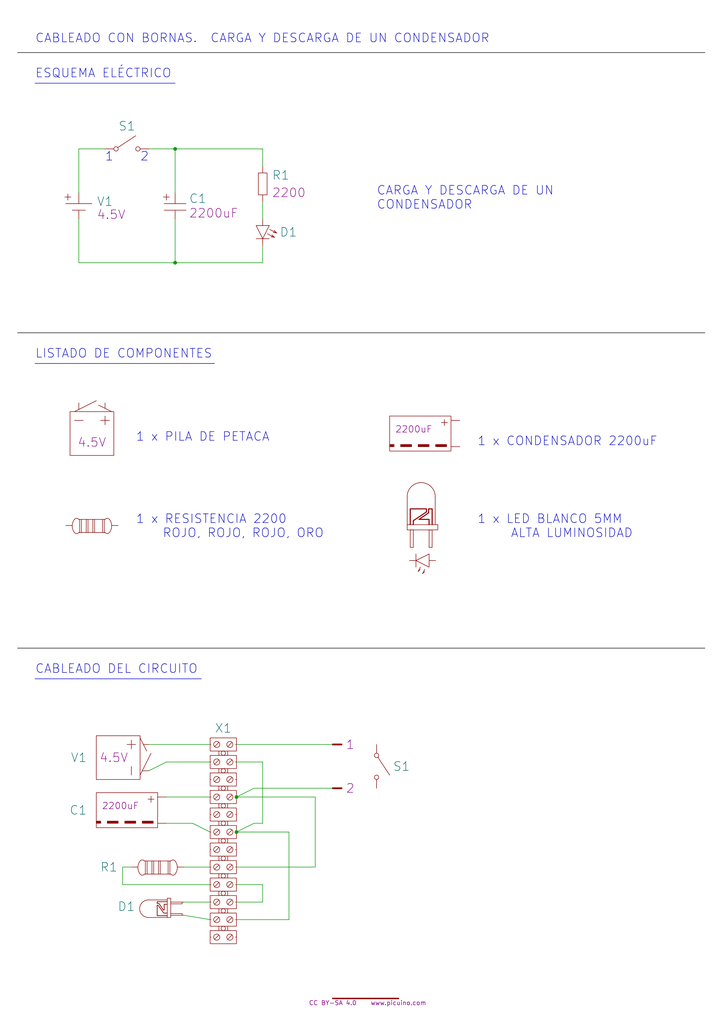
<source format=kicad_sch>
(kicad_sch (version 20211123) (generator eeschema)
  (paper "A4" portrait)
  (title_block (title "Circuitos eléctricos. Cableado con bornas.") (date "14/12/2018") (company "www.picuino.com") (comment 1 "Copyright (c) 2018 by Carlos Pardo") (comment 2 "License CC BY-SA 4.0"))
  (lib_symbols
    (symbol "electric-bornas-condensador-rescue:CopyRight-simbolos" (pin_names (offset 1.016))
      (property "License" "Licencia CC BY-SA 4.0" (at 9.525 5.715 0))
      (property "Author" "Carlos Pardo" (at 7.62 3.81 0))
      (property "Date" "© 2018" (at -1.27 3.81 0))
      (property "Web" "www.picuino.com" (at 9.525 1.905 0))
      (symbol "CopyRight-simbolos_0_1"
        (polyline (pts (xy 0 0) (xy 19.05 0)) (stroke (width 0.4064)))
      )
    )
    (symbol "electric-bornas-condensador-rescue:LED_pack-simbolos" (pin_names (offset 1.016))
      (property "Reference" "D" (at 8.89 5.08 0))
      (symbol "LED_pack-simbolos_0_1"
        (polyline (pts (xy 0 0) (xy 0 9.652)))
        (polyline (pts (xy 2.54 -8.89) (xy 0.635 -8.89)))
        (polyline (pts (xy 2.54 -6.985) (xy 2.54 -10.795)))
        (polyline (pts (xy 3.175 -12.065) (xy 3.81 -11.43)))
        (polyline (pts (xy 3.81 -10.795) (xy 3.175 -12.065)))
        (polyline (pts (xy 4.445 -12.7) (xy 5.08 -12.065)))
        (polyline (pts (xy 5.08 -11.43) (xy 4.445 -12.7)))
        (polyline (pts (xy 6.35 -8.89) (xy 8.255 -8.89)))
        (polyline (pts (xy 8.128 1.524) (xy 8.128 9.652)))
        (polyline (pts (xy 0 1.524) (xy 8.89 1.524) (xy 8.89 0) (xy 0 0)))
        (polyline (pts (xy 6.35 -6.985) (xy 6.35 -10.795) (xy 2.54 -8.89) (xy 6.35 -6.985)))
        (polyline (pts (xy 0.889 1.524) (xy 0.889 6.096) (xy 5.588 6.096) (xy 5.588 5.207) (xy 1.778 2.667) (xy 1.778 1.524)) (stroke (width 0.3048)))
        (polyline (pts (xy 7.239 1.524) (xy 7.239 6.096) (xy 6.223 6.096) (xy 6.223 4.953) (xy 3.429 3.048) (xy 6.35 3.048) (xy 6.35 1.524)) (stroke (width 0.3048)))
        (rectangle (start 0.889 0) (end 1.778 -5.08))
        (rectangle (start 6.35 0) (end 7.239 -5.08))
        (arc (start 8.128 9.652) (mid 4.064 13.716) (end 0 9.652))
      )
    )
    (symbol "electric-bornas-condensador-rescue:LED_pack_5mm-simbolos" (pin_names (offset 1.016))
      (property "Reference" "D" (at 5.08 7.62 0))
      (symbol "LED_pack_5mm-simbolos_0_1"
        (polyline (pts (xy -0.635 10.287) (xy -0.635 4.826)))
        (polyline (pts (xy 0 1.905) (xy 0 3.81)))
        (polyline (pts (xy 3.81 1.905) (xy 3.81 3.81)))
        (polyline (pts (xy 4.445 10.287) (xy 4.445 4.826)))
        (polyline (pts (xy 0 0.508) (xy 0.508 0.508) (xy 0.508 3.81)))
        (polyline (pts (xy 3.81 0.508) (xy 3.302 0.508) (xy 3.302 3.81)))
        (polyline (pts (xy -0.127 4.826) (xy -0.127 7.747) (xy 2.921 7.747) (xy 2.921 7.493) (xy 0.635 5.842) (xy 0.635 4.826)) (stroke (width 0.2032)))
        (polyline (pts (xy 4.445 4.826) (xy -0.635 4.826) (xy -0.635 3.81) (xy 4.953 3.81) (xy 4.953 4.826) (xy 4.445 4.826)))
        (polyline (pts (xy 3.937 4.826) (xy 3.937 7.747) (xy 3.429 7.747) (xy 3.429 7.239) (xy 1.524 5.969) (xy 1.524 5.715) (xy 3.175 5.715) (xy 3.175 4.826)) (stroke (width 0.2032)))
        (arc (start 4.445 10.287) (mid 1.905 12.827) (end -0.635 10.287))
      )
      (symbol "LED_pack_5mm-simbolos_1_1"
        (pin input line (at 0 0 90) (length 1.905) (name "") (number ""))
        (pin input line (at 3.81 0 90) (length 1.905) (name "") (number ""))
      )
    )
    (symbol "electric-bornas-condensador-rescue:Pila-simbolos" (pin_names (offset 1.016))
      (property "Reference" "V" (at 5.08 -4.445 0))
      (symbol "Pila-simbolos_0_1"
        (polyline (pts (xy -4.064 -1.27) (xy -2.286 -1.27)))
        (polyline (pts (xy -3.81 -3.175) (xy 3.81 -3.175)))
        (polyline (pts (xy -3.175 -0.381) (xy -3.175 -2.159)))
        (polyline (pts (xy -1.905 -5.08) (xy 1.905 -5.08)))
      )
      (symbol "Pila-simbolos_1_1"
        (pin input line (at 0 -7.62 90) (length 2.54) (name "") (number ""))
        (pin input line (at 0 0 270) (length 3.175) (name "") (number ""))
      )
    )
    (symbol "electric-bornas-condensador-rescue:borna_12x2-simbolos" (pin_names (offset 1.016))
      (property "Reference" "X" (at 3.81 3.81 0))
      (symbol "borna_12x2-simbolos_0_1"
        (rectangle (start 0 -53.975) (end 7.62 -57.785))
        (rectangle (start 0 -48.895) (end 7.62 -52.705))
        (rectangle (start 0 -43.815) (end 7.62 -47.625))
        (rectangle (start 0 -38.735) (end 7.62 -42.545))
        (rectangle (start 0 -33.655) (end 7.62 -37.465))
        (rectangle (start 0 -28.575) (end 7.62 -32.385))
        (rectangle (start 0 -23.495) (end 7.62 -27.305))
        (rectangle (start 0 -18.415) (end 7.62 -22.225))
        (rectangle (start 0 -13.335) (end 7.62 -17.145))
        (rectangle (start 0 -8.255) (end 7.62 -12.065))
        (rectangle (start 0 -3.175) (end 7.62 -6.985))
        (polyline (pts (xy 1.27 -56.515) (xy 2.54 -55.245)))
        (polyline (pts (xy 1.27 -51.435) (xy 2.54 -50.165)))
        (polyline (pts (xy 1.27 -46.355) (xy 2.54 -45.085)))
        (polyline (pts (xy 1.27 -41.275) (xy 2.54 -40.005)))
        (polyline (pts (xy 1.27 -36.195) (xy 2.54 -34.925)))
        (polyline (pts (xy 1.27 -31.115) (xy 2.54 -29.845)))
        (polyline (pts (xy 1.27 -26.035) (xy 2.54 -24.765)))
        (polyline (pts (xy 1.27 -20.955) (xy 2.54 -19.685)))
        (polyline (pts (xy 1.27 -15.875) (xy 2.54 -14.605)))
        (polyline (pts (xy 1.27 -10.795) (xy 2.54 -9.525)))
        (polyline (pts (xy 1.27 -5.715) (xy 2.54 -4.445)))
        (polyline (pts (xy 1.27 -0.635) (xy 2.54 0.635)))
        (polyline (pts (xy 2.54 -53.975) (xy 2.54 -52.705)))
        (polyline (pts (xy 2.54 -48.895) (xy 2.54 -47.625)))
        (polyline (pts (xy 2.54 -43.815) (xy 2.54 -42.545)))
        (polyline (pts (xy 2.54 -38.735) (xy 2.54 -37.465)))
        (polyline (pts (xy 2.54 -33.655) (xy 2.54 -32.385)))
        (polyline (pts (xy 2.54 -28.575) (xy 2.54 -27.305)))
        (polyline (pts (xy 2.54 -23.495) (xy 2.54 -22.225)))
        (polyline (pts (xy 2.54 -18.415) (xy 2.54 -17.145)))
        (polyline (pts (xy 2.54 -13.335) (xy 2.54 -12.065)))
        (polyline (pts (xy 2.54 -8.255) (xy 2.54 -6.985)))
        (polyline (pts (xy 2.54 -3.175) (xy 2.54 -1.905)))
        (polyline (pts (xy 5.08 -56.515) (xy 6.35 -55.245)))
        (polyline (pts (xy 5.08 -53.975) (xy 5.08 -52.705)))
        (polyline (pts (xy 5.08 -51.435) (xy 6.35 -50.165)))
        (polyline (pts (xy 5.08 -48.895) (xy 5.08 -47.625)))
        (polyline (pts (xy 5.08 -46.355) (xy 6.35 -45.085)))
        (polyline (pts (xy 5.08 -43.815) (xy 5.08 -42.545)))
        (polyline (pts (xy 5.08 -41.275) (xy 6.35 -40.005)))
        (polyline (pts (xy 5.08 -38.735) (xy 5.08 -37.465)))
        (polyline (pts (xy 5.08 -36.195) (xy 6.35 -34.925)))
        (polyline (pts (xy 5.08 -33.655) (xy 5.08 -32.385)))
        (polyline (pts (xy 5.08 -31.115) (xy 6.35 -29.845)))
        (polyline (pts (xy 5.08 -28.575) (xy 5.08 -27.305)))
        (polyline (pts (xy 5.08 -26.035) (xy 6.35 -24.765)))
        (polyline (pts (xy 5.08 -23.495) (xy 5.08 -22.225)))
        (polyline (pts (xy 5.08 -20.955) (xy 6.35 -19.685)))
        (polyline (pts (xy 5.08 -18.415) (xy 5.08 -17.145)))
        (polyline (pts (xy 5.08 -15.875) (xy 6.35 -14.605)))
        (polyline (pts (xy 5.08 -13.335) (xy 5.08 -12.065)))
        (polyline (pts (xy 5.08 -10.795) (xy 6.35 -9.525)))
        (polyline (pts (xy 5.08 -8.255) (xy 5.08 -6.985)))
        (polyline (pts (xy 5.08 -5.715) (xy 6.35 -4.445)))
        (polyline (pts (xy 5.08 -3.175) (xy 5.08 -1.905)))
        (polyline (pts (xy 5.08 -0.635) (xy 6.35 0.635)))
        (rectangle (start 0 1.905) (end 7.62 -1.905))
        (circle (center 1.905 -55.88) (radius 0.889))
        (circle (center 1.905 -50.8) (radius 0.889))
        (circle (center 1.905 -45.72) (radius 0.889))
        (circle (center 1.905 -40.64) (radius 0.889))
        (circle (center 1.905 -35.56) (radius 0.889))
        (circle (center 1.905 -30.48) (radius 0.889))
        (circle (center 1.905 -25.4) (radius 0.889))
        (circle (center 1.905 -20.32) (radius 0.889))
        (circle (center 1.905 -15.24) (radius 0.889))
        (circle (center 1.905 -10.16) (radius 0.889))
        (circle (center 1.905 -5.08) (radius 0.889))
        (circle (center 1.905 0) (radius 0.889))
        (circle (center 3.81 -53.34) (radius 0.635))
        (circle (center 3.81 -48.26) (radius 0.635))
        (circle (center 3.81 -43.18) (radius 0.635))
        (circle (center 3.81 -38.1) (radius 0.635))
        (circle (center 3.81 -33.02) (radius 0.635))
        (circle (center 3.81 -27.94) (radius 0.635))
        (circle (center 3.81 -22.86) (radius 0.635))
        (circle (center 3.81 -17.78) (radius 0.635))
        (circle (center 3.81 -12.7) (radius 0.635))
        (circle (center 3.81 -7.62) (radius 0.635))
        (circle (center 3.81 -2.54) (radius 0.635))
        (circle (center 5.715 -55.88) (radius 0.889))
        (circle (center 5.715 -50.8) (radius 0.889))
        (circle (center 5.715 -45.72) (radius 0.889))
        (circle (center 5.715 -40.64) (radius 0.889))
        (circle (center 5.715 -35.56) (radius 0.889))
        (circle (center 5.715 -30.48) (radius 0.889))
        (circle (center 5.715 -25.4) (radius 0.889))
        (circle (center 5.715 -20.32) (radius 0.889))
        (circle (center 5.715 -15.24) (radius 0.889))
        (circle (center 5.715 -10.16) (radius 0.889))
        (circle (center 5.715 -5.08) (radius 0.889))
        (circle (center 5.715 0) (radius 0.889))
      )
      (symbol "borna_12x2-simbolos_1_1"
        (pin input line (at 0 -55.88 0) (length 0.254) (name "") (number ""))
        (pin input line (at 0 -50.8 0) (length 0.254) (name "") (number ""))
        (pin input line (at 0 -45.72 0) (length 0.254) (name "") (number ""))
        (pin input line (at 0 -40.64 0) (length 0.254) (name "") (number ""))
        (pin input line (at 0 -35.56 0) (length 0.254) (name "") (number ""))
        (pin input line (at 0 -30.48 0) (length 0.254) (name "") (number ""))
        (pin input line (at 0 -25.4 0) (length 0.254) (name "") (number ""))
        (pin input line (at 0 -20.32 0) (length 0.254) (name "") (number ""))
        (pin input line (at 0 -15.24 0) (length 0.254) (name "") (number ""))
        (pin input line (at 0 -10.16 0) (length 0.254) (name "") (number ""))
        (pin input line (at 0 -5.08 0) (length 0.254) (name "") (number ""))
        (pin input line (at 0 0 0) (length 0.254) (name "") (number ""))
        (pin input line (at 7.62 -55.88 180) (length 0.254) (name "") (number ""))
        (pin input line (at 7.62 -50.8 180) (length 0.254) (name "") (number ""))
        (pin input line (at 7.62 -45.72 180) (length 0.254) (name "") (number ""))
        (pin input line (at 7.62 -40.64 180) (length 0.254) (name "") (number ""))
        (pin input line (at 7.62 -35.56 180) (length 0.254) (name "") (number ""))
        (pin input line (at 7.62 -30.48 180) (length 0.254) (name "") (number ""))
        (pin input line (at 7.62 -25.4 180) (length 0.254) (name "") (number ""))
        (pin input line (at 7.62 -20.32 180) (length 0.254) (name "") (number ""))
        (pin input line (at 7.62 -15.24 180) (length 0.254) (name "") (number ""))
        (pin input line (at 7.62 -10.16 180) (length 0.254) (name "") (number ""))
        (pin input line (at 7.62 -5.08 180) (length 0.254) (name "") (number ""))
        (pin input line (at 7.62 0 180) (length 0.254) (name "") (number ""))
      )
    )
    (symbol "electric-bornas-condensador-rescue:cable-simbolos" (pin_names (offset 1.016))
      (symbol "cable-simbolos_0_1"
        (polyline (pts (xy 0 0) (xy 2.54 0)) (stroke (width 0.508)))
      )
      (symbol "cable-simbolos_1_1"
        (pin input line (at 0 0 0) (length 1.778) (name "") (number ""))
        (pin input line (at 2.54 0 180) (length 1.778) (name "") (number ""))
      )
    )
    (symbol "electric-bornas-condensador-rescue:condensador_pack-simbolos" (pin_names (offset 1.016))
      (property "Reference" "C" (at 9.525 11.43 0))
      (symbol "condensador_pack-simbolos_0_1"
        (rectangle (start -1.27 2.54) (end 8.89 20.32))
        (polyline (pts (xy 0.635 5.334) (xy 0.635 3.556)))
        (polyline (pts (xy 1.524 4.445) (xy -0.254 4.445)))
        (rectangle (start 6.985 3.81) (end 7.62 6.985) (fill (type outline)))
        (rectangle (start 6.985 8.89) (end 7.62 12.065) (fill (type outline)))
        (rectangle (start 6.985 13.97) (end 7.62 17.145) (fill (type outline)))
        (rectangle (start 6.985 19.05) (end 7.62 20.32) (fill (type outline)))
      )
      (symbol "condensador_pack-simbolos_1_1"
        (pin input line (at 0 0 90) (length 2.54) (name "") (number ""))
        (pin input line (at 7.62 0 90) (length 2.54) (name "") (number ""))
      )
    )
    (symbol "electric-bornas-condensador-rescue:condensador_pol-simbolos" (pin_names (offset 1.016))
      (property "Reference" "C" (at 3.81 -4.445 0))
      (symbol "condensador_pol-simbolos_0_1"
        (polyline (pts (xy -3.175 -3.175) (xy 3.175 -3.175)))
        (polyline (pts (xy -2.54 -0.381) (xy -2.54 -2.159)))
        (polyline (pts (xy -1.651 -1.27) (xy -3.429 -1.27)))
        (polyline (pts (xy 3.175 -5.08) (xy -3.175 -5.08)))
      )
      (symbol "condensador_pol-simbolos_1_1"
        (pin input line (at 0 -7.62 90) (length 2.54) (name "") (number ""))
        (pin input line (at 0 0 270) (length 3.175) (name "") (number ""))
      )
    )
    (symbol "electric-bornas-condensador-rescue:diodo_led-simbolos" (pin_names (offset 1.016))
      (property "Reference" "D" (at 5.08 -3.81 0))
      (symbol "diodo_led-simbolos_0_1"
        (polyline (pts (xy 1.397 -4.318) (xy 3.429 -5.334)))
        (polyline (pts (xy 1.905 -5.715) (xy -1.905 -5.715)))
        (polyline (pts (xy 2.032 -3.048) (xy 4.064 -4.064)))
        (polyline (pts (xy 3.429 -5.334) (xy 2.3622 -5.1816)))
        (polyline (pts (xy 3.429 -5.334) (xy 2.667 -4.572)))
        (polyline (pts (xy 4.064 -4.064) (xy 2.9972 -3.9116)))
        (polyline (pts (xy 4.064 -4.064) (xy 3.302 -3.302)))
        (polyline (pts (xy 1.905 -1.905) (xy -1.905 -1.905) (xy 0 -5.715) (xy 1.905 -1.905)))
      )
      (symbol "diodo_led-simbolos_1_1"
        (pin input line (at 0 -7.62 90) (length 1.905) (name "") (number ""))
        (pin input line (at 0 0 270) (length 1.905) (name "") (number ""))
      )
    )
    (symbol "electric-bornas-condensador-rescue:pila_petaca-simbolos" (pin_names (offset 1.016))
      (property "Reference" "V" (at 11.43 -8.89 0))
      (property "V" "4.5V" (at 3.81 -12.7 0))
      (symbol "pila_petaca-simbolos_0_1"
        (rectangle (start -2.54 -2.54) (end 10.16 -15.24))
        (polyline (pts (xy -1.27 -5.08) (xy 1.27 -5.08)))
        (polyline (pts (xy -1.27 -2.54) (xy 5.08 0.635)))
        (polyline (pts (xy 7.62 -3.81) (xy 7.62 -6.35)))
        (polyline (pts (xy 8.89 -5.08) (xy 6.35 -5.08)))
        (polyline (pts (xy 9.525 -2.54) (xy 5.715 -0.635)))
      )
      (symbol "pila_petaca-simbolos_1_1"
        (pin input line (at 0 0 270) (length 1.905) (name "") (number ""))
        (pin input line (at 7.62 0 270) (length 1.524) (name "") (number ""))
      )
    )
    (symbol "electric-bornas-condensador-rescue:resistencia-simbolos" (pin_names (offset 1.016))
      (property "Reference" "R" (at 1.905 -5.08 0))
      (symbol "resistencia-simbolos_0_1"
        (rectangle (start -1.27 -1.905) (end 1.27 -8.255))
      )
      (symbol "resistencia-simbolos_1_1"
        (pin input line (at 0 -10.16 90) (length 1.905) (name "") (number ""))
        (pin input line (at 0 0 270) (length 1.905) (name "") (number ""))
      )
    )
    (symbol "electric-bornas-condensador-rescue:resistencia_pack-simbolos" (pin_names (offset 1.016))
      (property "Reference" "R" (at 6.35 3.81 0))
      (property "R" "100" (at 6.985 3.81 0))
      (symbol "resistencia_pack-simbolos_0_1"
        (polyline (pts (xy 3.81 -2.032) (xy 11.43 -2.032)))
        (polyline (pts (xy 3.81 1.778) (xy 11.43 1.778)))
        (polyline (pts (xy 4.064 1.778) (xy 4.064 -2.032)))
        (polyline (pts (xy 4.572 1.778) (xy 4.572 -2.032)))
        (polyline (pts (xy 5.969 1.778) (xy 5.969 -2.032)))
        (polyline (pts (xy 6.477 1.778) (xy 6.477 -2.032)))
        (polyline (pts (xy 7.874 1.778) (xy 7.874 -2.032)))
        (polyline (pts (xy 8.382 1.778) (xy 8.382 -2.032)))
        (polyline (pts (xy 10.668 1.778) (xy 10.668 -2.032)))
        (polyline (pts (xy 11.176 1.778) (xy 11.176 -2.032)))
        (arc (start 2.54 -2.032) (mid 3.175 -2.3372) (end 3.81 -2.032))
        (arc (start 2.54 1.778) (mid 1.905 -0.127) (end 2.54 -2.032))
        (arc (start 3.81 1.778) (mid 3.175 2.0832) (end 2.54 1.778))
        (arc (start 11.43 -2.032) (mid 12.065 -2.3372) (end 12.7 -2.032))
        (arc (start 12.7 -2.032) (mid 13.335 -0.127) (end 12.7 1.778))
        (arc (start 12.7 1.778) (mid 12.065 2.0832) (end 11.43 1.778))
      )
      (symbol "resistencia_pack-simbolos_1_1"
        (pin input line (at 0 0 0) (length 1.905) (name "") (number ""))
        (pin input line (at 15.24 0 180) (length 1.905) (name "") (number ""))
      )
    )
    (symbol "electric-bornas-condensador-rescue:switch-simbolos" (pin_names (offset 1.016))
      (property "Reference" "S" (at 4.445 3.175 0))
      (symbol "switch-simbolos_0_0"
        (polyline (pts (xy 8.89 3.81) (xy 3.683 0.381)))
        (circle (center 3.175 0) (radius 0.635))
        (circle (center 9.525 0) (radius 0.635))
      )
      (symbol "switch-simbolos_1_1"
        (pin input line (at 0 0 0) (length 2.54) (name "") (number ""))
        (pin input line (at 12.7 0 180) (length 2.54) (name "") (number ""))
      )
    )
  )
  (junction (at 50.8 76.2))
  (junction (at 68.58 241.3))
  (junction (at 68.58 231.14))
  (junction (at 50.8 43.18))
  (polyline (pts (xy 10.16 196.85) (xy 58.42 196.85)) (stroke (width 0) (type solid)))
  (wire (pts (xy 76.2 58.42) (xy 76.2 63.5)))
  (wire (pts (xy 22.86 43.18) (xy 22.86 55.88)))
  (wire (pts (xy 48.26 220.98) (xy 43.18 223.52)))
  (wire (pts (xy 60.96 220.98) (xy 48.26 220.98)))
  (wire (pts (xy 50.8 43.18) (xy 76.2 43.18)))
  (wire (pts (xy 22.86 76.2) (xy 50.8 76.2)))
  (wire (pts (xy 50.8 43.18) (xy 50.8 55.88)))
  (wire (pts (xy 76.2 256.54) (xy 76.2 261.62)))
  (polyline (pts (xy 5.08 187.96) (xy 204.47 187.96)) (stroke (width 0) (type solid) (color 0 0 0 1)))
  (polyline (pts (xy 5.08 15.24) (xy 204.47 15.24)) (stroke (width 0) (type solid) (color 0 0 0 1)))
  (wire (pts (xy 76.2 43.18) (xy 76.2 48.26)))
  (wire (pts (xy 43.18 215.9) (xy 60.96 215.9)))
  (wire (pts (xy 68.58 241.3) (xy 73.66 238.76)))
  (wire (pts (xy 68.58 215.9) (xy 96.52 215.9)))
  (wire (pts (xy 76.2 261.62) (xy 68.58 261.62)))
  (wire (pts (xy 53.34 251.46) (xy 60.96 251.46)))
  (wire (pts (xy 68.58 231.14) (xy 73.66 228.6)))
  (wire (pts (xy 48.26 238.76) (xy 55.88 238.76)))
  (wire (pts (xy 73.66 238.76) (xy 76.2 238.76)))
  (wire (pts (xy 68.58 251.46) (xy 91.44 251.46)))
  (wire (pts (xy 91.44 231.14) (xy 91.44 251.46)))
  (wire (pts (xy 22.86 43.18) (xy 30.48 43.18)))
  (wire (pts (xy 76.2 76.2) (xy 50.8 76.2)))
  (polyline (pts (xy 10.16 105.41) (xy 62.23 105.41)) (stroke (width 0) (type solid)))
  (wire (pts (xy 68.58 241.3) (xy 83.82 241.3)))
  (wire (pts (xy 76.2 71.12) (xy 76.2 76.2)))
  (polyline (pts (xy 5.08 96.52) (xy 204.47 96.52)) (stroke (width 0) (type solid) (color 0 0 0 1)))
  (wire (pts (xy 73.66 228.6) (xy 96.52 228.6)))
  (wire (pts (xy 68.58 256.54) (xy 76.2 256.54)))
  (wire (pts (xy 22.86 63.5) (xy 22.86 76.2)))
  (wire (pts (xy 83.82 266.7) (xy 68.58 266.7)))
  (wire (pts (xy 35.56 256.54) (xy 35.56 251.46)))
  (polyline (pts (xy 10.16 24.13) (xy 50.8 24.13)) (stroke (width 0) (type solid)))
  (wire (pts (xy 76.2 220.98) (xy 68.58 220.98)))
  (wire (pts (xy 53.34 261.62) (xy 60.96 261.62)))
  (wire (pts (xy 60.96 256.54) (xy 35.56 256.54)))
  (wire (pts (xy 48.26 231.14) (xy 60.96 231.14)))
  (wire (pts (xy 83.82 241.3) (xy 83.82 266.7)))
  (wire (pts (xy 50.8 63.5) (xy 50.8 76.2)))
  (wire (pts (xy 68.58 231.14) (xy 91.44 231.14)))
  (wire (pts (xy 76.2 238.76) (xy 76.2 220.98)))
  (wire (pts (xy 43.18 43.18) (xy 50.8 43.18)))
  (wire (pts (xy 55.88 238.76) (xy 60.96 241.3)))
  (wire (pts (xy 60.96 266.7) (xy 53.34 265.43)))
  (wire (pts (xy 35.56 251.46) (xy 38.1 251.46)))
  (text "CARGA Y DESCARGA DE UN\nCONDENSADOR" (at 109.22 60.96 0) (effects (font (size 2.54 2.54)) (justify left bottom)))
  (text "CABLEADO CON BORNAS.  CARGA Y DESCARGA DE UN CONDENSADOR" (at 10.16 12.7 0) (effects (font (size 2.54 2.54)) (justify left bottom)))
  (text "1 x LED BLANCO 5MM\n     ALTA LUMINOSIDAD" (at 138.43 156.21 0) (effects (font (size 2.54 2.54)) (justify left bottom)))
  (text "1 x CONDENSADOR 2200uF" (at 138.43 129.54 0) (effects (font (size 2.54 2.54)) (justify left bottom)))
  (text "1 x RESISTENCIA 2200\n    ROJO, ROJO, ROJO, ORO" (at 39.37 156.21 0) (effects (font (size 2.54 2.54)) (justify left bottom)))
  (text "2" (at 40.64 46.99 0) (effects (font (size 2.54 2.54)) (justify left bottom)))
  (text "CABLEADO DEL CIRCUITO" (at 10.16 195.58 0) (effects (font (size 2.54 2.54)) (justify left bottom)))
  (text "LISTADO DE COMPONENTES" (at 10.16 104.14 0) (effects (font (size 2.54 2.54)) (justify left bottom)))
  (text "1" (at 33.02 46.99 180) (effects (font (size 2.54 2.54)) (justify right bottom)))
  (text "ESQUEMA ELÉCTRICO" (at 10.16 22.86 0) (effects (font (size 2.54 2.54)) (justify left bottom)))
  (text "1 x PILA DE PETACA" (at 39.37 128.27 0) (effects (font (size 2.54 2.54)) (justify left bottom)))
  (symbol (lib_id "electric-bornas-condensador-rescue:CopyRight-simbolos") (at 96.52 289.56 0) (unit 1)
    (property "Reference" "CP1" (effects hide))
    (property "Value" "CopyRight" (effects hide))
    (property "License" "CC BY-SA 4.0" (at 96.52 290.83 0))
    (property "Web" "www.picuino.com" (at 115.57 290.83 0))
  )
  (symbol (lib_id "electric-bornas-condensador-rescue:switch-simbolos") (at 109.22 215.9 270) (unit 1)
    (property "Reference" "S1" (at 113.8428 222.25 90) (effects (font (size 2.54 2.54)) (justify left)))
    (property "Value" "switch" (effects hide))
  )
  (symbol (lib_id "electric-bornas-condensador-rescue:Pila-simbolos") (at 22.86 55.88 0) (unit 1)
    (property "Reference" "V1" (at 27.94 58.42 0) (effects (font (size 2.54 2.54)) (justify left)))
    (property "Value" "Pila" (effects hide))
    (property "V" "4.5V" (at 27.94 62.23 0) (effects (font (size 2.54 2.54)) (justify left)))
  )
  (symbol (lib_id "electric-bornas-condensador-rescue:LED_pack_5mm-simbolos") (at 53.34 265.43 90) (unit 1)
    (property "Reference" "D1" (at 39.37 262.89 90) (effects (font (size 2.54 2.54)) (justify left)))
    (property "Value" "LED_pack_5mm" (effects hide))
  )
  (symbol (lib_id "electric-bornas-condensador-rescue:pila_petaca-simbolos") (at 43.18 223.52 270) (mirror x) (unit 1)
    (property "Reference" "V1" (at 25.4 219.71 90) (effects (font (size 2.54 2.54)) (justify right)))
    (property "Value" "pila_petaca" (effects hide))
    (property "V" "4.5V" (at 33.02 219.71 90) (effects (font (size 2.54 2.54))))
  )
  (symbol (lib_id "electric-bornas-condensador-rescue:borna_12x2-simbolos") (at 60.96 215.9 0) (unit 1)
    (property "Reference" "X1" (at 64.77 211.1756 0) (effects (font (size 2.54 2.54))))
    (property "Value" "borna_12x2" (effects hide))
  )
  (symbol (lib_id "electric-bornas-condensador-rescue:diodo_led-simbolos") (at 76.2 63.5 0) (unit 1)
    (property "Reference" "D1" (at 80.9752 67.31 0) (effects (font (size 2.54 2.54)) (justify left)))
    (property "Value" "diodo_led" (effects hide))
  )
  (symbol (lib_id "electric-bornas-condensador-rescue:resistencia-simbolos") (at 76.2 48.26 0) (unit 1)
    (property "Reference" "R1" (at 78.74 50.8 0) (effects (font (size 2.54 2.54)) (justify left)))
    (property "Value" "resistencia" (effects hide))
    (property "R" "2200" (at 78.74 55.88 0) (effects (font (size 2.54 2.54)) (justify left)))
  )
  (symbol (lib_id "electric-bornas-condensador-rescue:condensador_pol-simbolos") (at 50.8 55.88 0) (unit 1)
    (property "Reference" "C1" (at 54.6862 57.5818 0) (effects (font (size 2.54 2.54)) (justify left)))
    (property "Value" "condensador_pol" (effects hide))
    (property "C" "2200uF" (at 54.6862 61.7982 0) (effects (font (size 2.54 2.54)) (justify left)))
  )
  (symbol (lib_id "electric-bornas-condensador-rescue:condensador_pack-simbolos") (at 48.26 231.14 90) (mirror x) (unit 1)
    (property "Reference" "C1" (at 25.4 234.95 90) (effects (font (size 2.54 2.54)) (justify left)))
    (property "Value" "condensador_pack" (effects hide))
    (property "C" "2200uF" (at 34.925 233.68 90) (effects (font (size 1.905 1.905))))
  )
  (symbol (lib_id "electric-bornas-condensador-rescue:switch-simbolos") (at 30.48 43.18 0) (unit 1)
    (property "Reference" "S1" (at 36.83 36.5506 0) (effects (font (size 2.54 2.54))))
    (property "Value" "switch" (effects hide))
  )
  (symbol (lib_id "electric-bornas-condensador-rescue:resistencia_pack-simbolos") (at 38.1 251.46 0) (unit 1)
    (property "Reference" "R1" (at 34.29 251.46 0) (effects (font (size 2.54 2.54)) (justify right)))
    (property "Value" "resistencia_pack" (effects hide))
    (property "R" "100" (effects hide))
  )
  (symbol (lib_id "electric-bornas-condensador-rescue:cable-simbolos") (at 96.52 215.9 0) (unit 1)
    (property "Reference" "L?" (effects hide))
    (property "Value" "cable" (effects hide))
    (property "cable" "1" (at 101.6 215.9 0) (effects (font (size 2.54 2.54))))
  )
  (symbol (lib_id "electric-bornas-condensador-rescue:cable-simbolos") (at 96.52 228.6 0) (unit 1)
    (property "Reference" "L?" (effects hide))
    (property "Value" "cable" (effects hide))
    (property "cable" "2" (at 101.6 228.6 0) (effects (font (size 2.54 2.54))))
  )
  (symbol (lib_id "electric-bornas-condensador-rescue:condensador_pack-simbolos") (at 133.35 121.92 90) (mirror x) (unit 1)
    (property "Reference" "C?" (effects hide))
    (property "Value" "condensador_pack" (effects hide))
    (property "C" "2200uF" (at 120.015 124.46 90) (effects (font (size 1.905 1.905))))
  )
  (symbol (lib_id "electric-bornas-condensador-rescue:pila_petaca-simbolos") (at 22.86 116.84 0) (unit 1)
    (property "Reference" "V?" (effects hide))
    (property "Value" "pila_petaca" (effects hide))
    (property "V" "4.5V" (at 26.67 128.27 0) (effects (font (size 2.54 2.54))))
  )
  (symbol (lib_id "electric-bornas-condensador-rescue:resistencia_pack-simbolos") (at 19.05 152.4 0) (unit 1)
    (property "Reference" "R?" (effects hide))
    (property "Value" "resistencia_pack" (effects hide))
    (property "R" "100" (effects hide))
  )
  (symbol (lib_id "electric-bornas-condensador-rescue:LED_pack-simbolos") (at 118.11 153.67 0) (unit 1)
    (property "Reference" "D?" (effects hide))
    (property "Value" "LED_pack" (effects hide))
  )
  (sheet (at 218.44 29.21) (size 66.04 7.62)
    (property "Sheet name" "2" (at 218.44 27.8634 0) (effects (font (size 2.54 2.54)) (justify left bottom)))
    (property "Sheet file" "electric-bornas-condensador-2.kicad_sch" (at 218.44 37.9226 0) (effects (font (size 2.54 2.54)) (justify left top)))
  )
)
</source>
